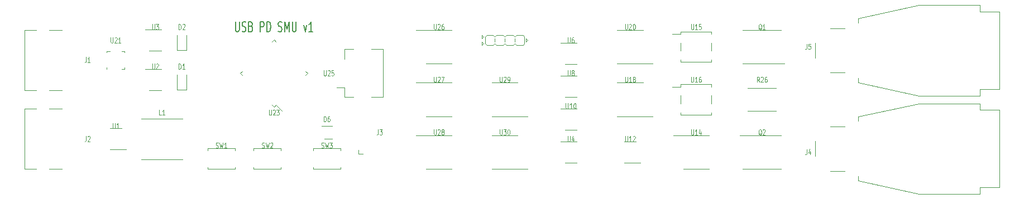
<source format=gbr>
G04 #@! TF.GenerationSoftware,KiCad,Pcbnew,(5.1.10)-1*
G04 #@! TF.CreationDate,2021-11-24T09:21:36-08:00*
G04 #@! TF.ProjectId,UsbSourceMeasureTest,55736253-6f75-4726-9365-4d6561737572,rev?*
G04 #@! TF.SameCoordinates,Original*
G04 #@! TF.FileFunction,Legend,Top*
G04 #@! TF.FilePolarity,Positive*
%FSLAX46Y46*%
G04 Gerber Fmt 4.6, Leading zero omitted, Abs format (unit mm)*
G04 Created by KiCad (PCBNEW (5.1.10)-1) date 2021-11-24 09:21:36*
%MOMM*%
%LPD*%
G01*
G04 APERTURE LIST*
%ADD10C,0.150000*%
%ADD11C,0.120000*%
%ADD12C,0.100000*%
G04 APERTURE END LIST*
D10*
X130166666Y-24178571D02*
X130166666Y-25392857D01*
X130214285Y-25535714D01*
X130261904Y-25607142D01*
X130357142Y-25678571D01*
X130547619Y-25678571D01*
X130642857Y-25607142D01*
X130690476Y-25535714D01*
X130738095Y-25392857D01*
X130738095Y-24178571D01*
X131166666Y-25607142D02*
X131309523Y-25678571D01*
X131547619Y-25678571D01*
X131642857Y-25607142D01*
X131690476Y-25535714D01*
X131738095Y-25392857D01*
X131738095Y-25250000D01*
X131690476Y-25107142D01*
X131642857Y-25035714D01*
X131547619Y-24964285D01*
X131357142Y-24892857D01*
X131261904Y-24821428D01*
X131214285Y-24750000D01*
X131166666Y-24607142D01*
X131166666Y-24464285D01*
X131214285Y-24321428D01*
X131261904Y-24250000D01*
X131357142Y-24178571D01*
X131595238Y-24178571D01*
X131738095Y-24250000D01*
X132500000Y-24892857D02*
X132642857Y-24964285D01*
X132690476Y-25035714D01*
X132738095Y-25178571D01*
X132738095Y-25392857D01*
X132690476Y-25535714D01*
X132642857Y-25607142D01*
X132547619Y-25678571D01*
X132166666Y-25678571D01*
X132166666Y-24178571D01*
X132500000Y-24178571D01*
X132595238Y-24250000D01*
X132642857Y-24321428D01*
X132690476Y-24464285D01*
X132690476Y-24607142D01*
X132642857Y-24750000D01*
X132595238Y-24821428D01*
X132500000Y-24892857D01*
X132166666Y-24892857D01*
X133928571Y-25678571D02*
X133928571Y-24178571D01*
X134309523Y-24178571D01*
X134404761Y-24250000D01*
X134452380Y-24321428D01*
X134500000Y-24464285D01*
X134500000Y-24678571D01*
X134452380Y-24821428D01*
X134404761Y-24892857D01*
X134309523Y-24964285D01*
X133928571Y-24964285D01*
X134928571Y-25678571D02*
X134928571Y-24178571D01*
X135166666Y-24178571D01*
X135309523Y-24250000D01*
X135404761Y-24392857D01*
X135452380Y-24535714D01*
X135500000Y-24821428D01*
X135500000Y-25035714D01*
X135452380Y-25321428D01*
X135404761Y-25464285D01*
X135309523Y-25607142D01*
X135166666Y-25678571D01*
X134928571Y-25678571D01*
X136642857Y-25607142D02*
X136785714Y-25678571D01*
X137023809Y-25678571D01*
X137119047Y-25607142D01*
X137166666Y-25535714D01*
X137214285Y-25392857D01*
X137214285Y-25250000D01*
X137166666Y-25107142D01*
X137119047Y-25035714D01*
X137023809Y-24964285D01*
X136833333Y-24892857D01*
X136738095Y-24821428D01*
X136690476Y-24750000D01*
X136642857Y-24607142D01*
X136642857Y-24464285D01*
X136690476Y-24321428D01*
X136738095Y-24250000D01*
X136833333Y-24178571D01*
X137071428Y-24178571D01*
X137214285Y-24250000D01*
X137642857Y-25678571D02*
X137642857Y-24178571D01*
X137976190Y-25250000D01*
X138309523Y-24178571D01*
X138309523Y-25678571D01*
X138785714Y-24178571D02*
X138785714Y-25392857D01*
X138833333Y-25535714D01*
X138880952Y-25607142D01*
X138976190Y-25678571D01*
X139166666Y-25678571D01*
X139261904Y-25607142D01*
X139309523Y-25535714D01*
X139357142Y-25392857D01*
X139357142Y-24178571D01*
X140500000Y-24678571D02*
X140738095Y-25678571D01*
X140976190Y-24678571D01*
X141880952Y-25678571D02*
X141309523Y-25678571D01*
X141595238Y-25678571D02*
X141595238Y-24178571D01*
X141500000Y-24392857D01*
X141404761Y-24535714D01*
X141309523Y-24607142D01*
D11*
X136318198Y-27212887D02*
X136000000Y-26894689D01*
X136000000Y-26894689D02*
X135681802Y-27212887D01*
X140787113Y-31681802D02*
X141105311Y-32000000D01*
X141105311Y-32000000D02*
X140787113Y-32318198D01*
X131212887Y-32318198D02*
X130894689Y-32000000D01*
X130894689Y-32000000D02*
X131212887Y-31681802D01*
X135681802Y-36787113D02*
X136000000Y-37105311D01*
X136000000Y-37105311D02*
X136318198Y-36787113D01*
X136318198Y-36787113D02*
X137230366Y-37699281D01*
X190000000Y-30560000D02*
X193450000Y-30560000D01*
X190000000Y-30560000D02*
X188050000Y-30560000D01*
X190000000Y-25440000D02*
X191950000Y-25440000D01*
X190000000Y-25440000D02*
X188050000Y-25440000D01*
X200000000Y-41440000D02*
X196550000Y-41440000D01*
X200000000Y-41440000D02*
X201950000Y-41440000D01*
X200000000Y-46560000D02*
X198050000Y-46560000D01*
X200000000Y-46560000D02*
X201950000Y-46560000D01*
X171000000Y-41440000D02*
X169050000Y-41440000D01*
X171000000Y-41440000D02*
X172950000Y-41440000D01*
X171000000Y-46560000D02*
X169050000Y-46560000D01*
X171000000Y-46560000D02*
X174450000Y-46560000D01*
X171000000Y-33440000D02*
X169050000Y-33440000D01*
X171000000Y-33440000D02*
X172950000Y-33440000D01*
X171000000Y-38560000D02*
X169050000Y-38560000D01*
X171000000Y-38560000D02*
X174450000Y-38560000D01*
X212945000Y-25430000D02*
X207055000Y-25430000D01*
X213400000Y-30570000D02*
X207055000Y-30570000D01*
X202350000Y-28620000D02*
X202350000Y-27380000D01*
X197650000Y-28620000D02*
X197650000Y-27380000D01*
X197650000Y-26050000D02*
X197650000Y-25700000D01*
X197650000Y-25700000D02*
X202350000Y-25700000D01*
X202350000Y-25700000D02*
X202350000Y-26050000D01*
X197650000Y-26050000D02*
X196400000Y-26050000D01*
X197650000Y-29950000D02*
X197650000Y-30300000D01*
X197650000Y-30300000D02*
X202350000Y-30300000D01*
X202350000Y-30300000D02*
X202350000Y-29950000D01*
X206600000Y-41430000D02*
X212945000Y-41430000D01*
X207055000Y-46570000D02*
X212945000Y-46570000D01*
X202350000Y-38300000D02*
X202350000Y-37950000D01*
X197650000Y-38300000D02*
X202350000Y-38300000D01*
X197650000Y-37950000D02*
X197650000Y-38300000D01*
X197650000Y-34050000D02*
X196400000Y-34050000D01*
X202350000Y-33700000D02*
X202350000Y-34050000D01*
X197650000Y-33700000D02*
X202350000Y-33700000D01*
X197650000Y-34050000D02*
X197650000Y-33700000D01*
X197650000Y-36620000D02*
X197650000Y-35380000D01*
X202350000Y-36620000D02*
X202350000Y-35380000D01*
X181900000Y-37390000D02*
X179450000Y-37390000D01*
X180100000Y-40610000D02*
X181900000Y-40610000D01*
X180100000Y-35610000D02*
X181900000Y-35610000D01*
X181900000Y-32390000D02*
X179450000Y-32390000D01*
X180100000Y-30610000D02*
X181900000Y-30610000D01*
X181900000Y-27390000D02*
X179450000Y-27390000D01*
X190000000Y-33440000D02*
X188050000Y-33440000D01*
X190000000Y-33440000D02*
X191950000Y-33440000D01*
X190000000Y-38560000D02*
X188050000Y-38560000D01*
X190000000Y-38560000D02*
X193450000Y-38560000D01*
X190900000Y-42390000D02*
X189100000Y-42390000D01*
X189100000Y-45610000D02*
X191550000Y-45610000D01*
X207822936Y-34290000D02*
X212177064Y-34290000D01*
X207822936Y-37710000D02*
X212177064Y-37710000D01*
X161000000Y-41440000D02*
X157550000Y-41440000D01*
X161000000Y-41440000D02*
X162950000Y-41440000D01*
X161000000Y-46560000D02*
X159050000Y-46560000D01*
X161000000Y-46560000D02*
X162950000Y-46560000D01*
X161000000Y-38560000D02*
X162950000Y-38560000D01*
X161000000Y-38560000D02*
X159050000Y-38560000D01*
X161000000Y-33440000D02*
X162950000Y-33440000D01*
X161000000Y-33440000D02*
X157550000Y-33440000D01*
X161000000Y-25440000D02*
X157550000Y-25440000D01*
X161000000Y-25440000D02*
X162950000Y-25440000D01*
X161000000Y-30560000D02*
X159050000Y-30560000D01*
X161000000Y-30560000D02*
X162950000Y-30560000D01*
X103850000Y-37420000D02*
X101930000Y-37420000D01*
X101930000Y-46580000D02*
X103850000Y-46580000D01*
X99920000Y-46580000D02*
X98215000Y-46580000D01*
X98215000Y-37420000D02*
X99920000Y-37420000D01*
X98215000Y-46580000D02*
X98215000Y-37420000D01*
D12*
X168000000Y-27500000D02*
X168250000Y-27750000D01*
X168250000Y-27750000D02*
X169250000Y-27750000D01*
X169250000Y-27750000D02*
X169500000Y-27500000D01*
X169500000Y-27250000D02*
X169500000Y-26750000D01*
X169500000Y-26500000D02*
X169250000Y-26250000D01*
X168250000Y-26250000D02*
X168000000Y-26500000D01*
X169250000Y-26250000D02*
X168250000Y-26250000D01*
X168000000Y-26500000D02*
X168000000Y-27500000D01*
X169500000Y-27500000D02*
X169750000Y-27750000D01*
X170750000Y-27750000D02*
X171000000Y-27500000D01*
X170750000Y-26250000D02*
X169750000Y-26250000D01*
X169750000Y-26250000D02*
X169500000Y-26500000D01*
X171000000Y-26500000D02*
X170750000Y-26250000D01*
X169750000Y-27750000D02*
X170750000Y-27750000D01*
X171000000Y-27250000D02*
X171000000Y-26750000D01*
X171000000Y-27500000D02*
X171250000Y-27750000D01*
X172250000Y-27750000D02*
X172500000Y-27500000D01*
X172250000Y-26250000D02*
X171250000Y-26250000D01*
X171250000Y-26250000D02*
X171000000Y-26500000D01*
X172500000Y-26500000D02*
X172250000Y-26250000D01*
X171250000Y-27750000D02*
X172250000Y-27750000D01*
X172500000Y-27250000D02*
X172500000Y-26750000D01*
X172500000Y-27500000D02*
X172750000Y-27750000D01*
X173750000Y-27750000D02*
X174000000Y-27500000D01*
X173750000Y-26250000D02*
X172750000Y-26250000D01*
X172750000Y-26250000D02*
X172500000Y-26500000D01*
X174000000Y-26500000D02*
X173750000Y-26250000D01*
X172750000Y-27750000D02*
X173750000Y-27750000D01*
X174000000Y-27500000D02*
X174000000Y-26500000D01*
X167500000Y-26250000D02*
X167750000Y-26500000D01*
X167750000Y-26500000D02*
X167500000Y-26750000D01*
X167500000Y-26750000D02*
X167500000Y-26250000D01*
X167750000Y-27500000D02*
X167500000Y-27750000D01*
X167500000Y-27750000D02*
X167500000Y-27250000D01*
X167500000Y-27250000D02*
X167750000Y-27500000D01*
X174500000Y-27000000D02*
X174250000Y-27250000D01*
X174250000Y-27250000D02*
X174250000Y-26750000D01*
X174250000Y-26750000D02*
X174500000Y-27000000D01*
D11*
X121265000Y-32200000D02*
X121265000Y-34485000D01*
X121265000Y-34485000D02*
X122735000Y-34485000D01*
X122735000Y-34485000D02*
X122735000Y-32200000D01*
X122735000Y-28485000D02*
X122735000Y-26200000D01*
X121265000Y-28485000D02*
X122735000Y-28485000D01*
X121265000Y-26200000D02*
X121265000Y-28485000D01*
X218080000Y-44575000D02*
X218080000Y-42344000D01*
X222583000Y-46840000D02*
X220348000Y-46840000D01*
X224561000Y-48330000D02*
X224561000Y-47623000D01*
X233790000Y-50330000D02*
X224561000Y-48330000D01*
X243020000Y-50330000D02*
X233790000Y-50330000D01*
X243020000Y-49330000D02*
X243020000Y-50330000D01*
X246020000Y-49330000D02*
X243020000Y-49330000D01*
X246020000Y-37590000D02*
X246020000Y-49330000D01*
X243020000Y-37590000D02*
X246020000Y-37590000D01*
X243020000Y-36590000D02*
X243020000Y-37590000D01*
X233790000Y-36590000D02*
X243020000Y-36590000D01*
X224561000Y-38590000D02*
X233790000Y-36590000D01*
X224561000Y-39297000D02*
X224561000Y-38590000D01*
X220347000Y-40080000D02*
X222583000Y-40080000D01*
X220347000Y-25160000D02*
X222583000Y-25160000D01*
X224561000Y-24377000D02*
X224561000Y-23670000D01*
X224561000Y-23670000D02*
X233790000Y-21670000D01*
X233790000Y-21670000D02*
X243020000Y-21670000D01*
X243020000Y-21670000D02*
X243020000Y-22670000D01*
X243020000Y-22670000D02*
X246020000Y-22670000D01*
X246020000Y-22670000D02*
X246020000Y-34410000D01*
X246020000Y-34410000D02*
X243020000Y-34410000D01*
X243020000Y-34410000D02*
X243020000Y-35410000D01*
X243020000Y-35410000D02*
X233790000Y-35410000D01*
X233790000Y-35410000D02*
X224561000Y-33410000D01*
X224561000Y-33410000D02*
X224561000Y-32703000D01*
X222583000Y-31920000D02*
X220348000Y-31920000D01*
X218080000Y-29655000D02*
X218080000Y-27424000D01*
X110640000Y-28865000D02*
X110640000Y-28640000D01*
X110640000Y-28640000D02*
X111115000Y-28640000D01*
X113360000Y-31135000D02*
X113360000Y-31360000D01*
X113360000Y-31360000D02*
X112885000Y-31360000D01*
X113360000Y-28865000D02*
X113360000Y-28640000D01*
X113360000Y-28640000D02*
X112885000Y-28640000D01*
X110640000Y-31135000D02*
X110640000Y-31360000D01*
X98215000Y-34580000D02*
X98215000Y-25420000D01*
X98215000Y-25420000D02*
X99920000Y-25420000D01*
X99920000Y-34580000D02*
X98215000Y-34580000D01*
X101930000Y-34580000D02*
X103850000Y-34580000D01*
X103850000Y-25420000D02*
X101930000Y-25420000D01*
X181900000Y-42390000D02*
X179450000Y-42390000D01*
X180100000Y-45610000D02*
X181900000Y-45610000D01*
X111100000Y-43610000D02*
X113550000Y-43610000D01*
X112900000Y-40390000D02*
X111100000Y-40390000D01*
X115850000Y-38900000D02*
X122150000Y-38900000D01*
X115850000Y-45100000D02*
X122150000Y-45100000D01*
X143200000Y-40050000D02*
X144800000Y-40050000D01*
X143650000Y-41950000D02*
X144800000Y-41950000D01*
X148825000Y-44270000D02*
X148825000Y-43635000D01*
X149460000Y-44270000D02*
X148825000Y-44270000D01*
X117100000Y-34610000D02*
X118900000Y-34610000D01*
X118900000Y-31390000D02*
X116450000Y-31390000D01*
X118900000Y-25390000D02*
X116450000Y-25390000D01*
X117100000Y-28610000D02*
X118900000Y-28610000D01*
X146700000Y-34160000D02*
X145500000Y-34160000D01*
X152500000Y-28350000D02*
X150760000Y-28350000D01*
X152500000Y-35650000D02*
X152500000Y-28350000D01*
X150760000Y-35650000D02*
X152500000Y-35650000D01*
X146700000Y-28350000D02*
X148040000Y-28350000D01*
X146700000Y-29840000D02*
X146700000Y-28350000D01*
X146700000Y-35650000D02*
X148040000Y-35650000D01*
X146700000Y-34160000D02*
X146700000Y-35650000D01*
X130070000Y-43430000D02*
X130070000Y-43730000D01*
X125930000Y-46570000D02*
X125930000Y-46270000D01*
X125930000Y-43730000D02*
X125930000Y-43430000D01*
X130070000Y-46570000D02*
X125930000Y-46570000D01*
X130070000Y-46270000D02*
X130070000Y-46570000D01*
X125930000Y-43430000D02*
X130070000Y-43430000D01*
X132930000Y-43430000D02*
X137070000Y-43430000D01*
X137070000Y-46270000D02*
X137070000Y-46570000D01*
X137070000Y-46570000D02*
X132930000Y-46570000D01*
X132930000Y-43730000D02*
X132930000Y-43430000D01*
X132930000Y-46570000D02*
X132930000Y-46270000D01*
X137070000Y-43430000D02*
X137070000Y-43730000D01*
X141930000Y-46570000D02*
X141930000Y-46270000D01*
X146070000Y-43430000D02*
X146070000Y-43730000D01*
X146070000Y-46270000D02*
X146070000Y-46570000D01*
X141930000Y-43430000D02*
X146070000Y-43430000D01*
X141930000Y-43730000D02*
X141930000Y-43430000D01*
X146070000Y-46570000D02*
X141930000Y-46570000D01*
D12*
X135257142Y-37561904D02*
X135257142Y-38209523D01*
X135285714Y-38285714D01*
X135314285Y-38323809D01*
X135371428Y-38361904D01*
X135485714Y-38361904D01*
X135542857Y-38323809D01*
X135571428Y-38285714D01*
X135600000Y-38209523D01*
X135600000Y-37561904D01*
X135857142Y-37638095D02*
X135885714Y-37600000D01*
X135942857Y-37561904D01*
X136085714Y-37561904D01*
X136142857Y-37600000D01*
X136171428Y-37638095D01*
X136200000Y-37714285D01*
X136200000Y-37790476D01*
X136171428Y-37904761D01*
X135828571Y-38361904D01*
X136200000Y-38361904D01*
X136400000Y-37561904D02*
X136771428Y-37561904D01*
X136571428Y-37866666D01*
X136657142Y-37866666D01*
X136714285Y-37904761D01*
X136742857Y-37942857D01*
X136771428Y-38019047D01*
X136771428Y-38209523D01*
X136742857Y-38285714D01*
X136714285Y-38323809D01*
X136657142Y-38361904D01*
X136485714Y-38361904D01*
X136428571Y-38323809D01*
X136400000Y-38285714D01*
X189257142Y-24561904D02*
X189257142Y-25209523D01*
X189285714Y-25285714D01*
X189314285Y-25323809D01*
X189371428Y-25361904D01*
X189485714Y-25361904D01*
X189542857Y-25323809D01*
X189571428Y-25285714D01*
X189600000Y-25209523D01*
X189600000Y-24561904D01*
X189857142Y-24638095D02*
X189885714Y-24600000D01*
X189942857Y-24561904D01*
X190085714Y-24561904D01*
X190142857Y-24600000D01*
X190171428Y-24638095D01*
X190200000Y-24714285D01*
X190200000Y-24790476D01*
X190171428Y-24904761D01*
X189828571Y-25361904D01*
X190200000Y-25361904D01*
X190571428Y-24561904D02*
X190628571Y-24561904D01*
X190685714Y-24600000D01*
X190714285Y-24638095D01*
X190742857Y-24714285D01*
X190771428Y-24866666D01*
X190771428Y-25057142D01*
X190742857Y-25209523D01*
X190714285Y-25285714D01*
X190685714Y-25323809D01*
X190628571Y-25361904D01*
X190571428Y-25361904D01*
X190514285Y-25323809D01*
X190485714Y-25285714D01*
X190457142Y-25209523D01*
X190428571Y-25057142D01*
X190428571Y-24866666D01*
X190457142Y-24714285D01*
X190485714Y-24638095D01*
X190514285Y-24600000D01*
X190571428Y-24561904D01*
X199257142Y-40561904D02*
X199257142Y-41209523D01*
X199285714Y-41285714D01*
X199314285Y-41323809D01*
X199371428Y-41361904D01*
X199485714Y-41361904D01*
X199542857Y-41323809D01*
X199571428Y-41285714D01*
X199600000Y-41209523D01*
X199600000Y-40561904D01*
X200200000Y-41361904D02*
X199857142Y-41361904D01*
X200028571Y-41361904D02*
X200028571Y-40561904D01*
X199971428Y-40676190D01*
X199914285Y-40752380D01*
X199857142Y-40790476D01*
X200714285Y-40828571D02*
X200714285Y-41361904D01*
X200571428Y-40523809D02*
X200428571Y-41095238D01*
X200800000Y-41095238D01*
X170257142Y-40561904D02*
X170257142Y-41209523D01*
X170285714Y-41285714D01*
X170314285Y-41323809D01*
X170371428Y-41361904D01*
X170485714Y-41361904D01*
X170542857Y-41323809D01*
X170571428Y-41285714D01*
X170600000Y-41209523D01*
X170600000Y-40561904D01*
X170828571Y-40561904D02*
X171200000Y-40561904D01*
X171000000Y-40866666D01*
X171085714Y-40866666D01*
X171142857Y-40904761D01*
X171171428Y-40942857D01*
X171200000Y-41019047D01*
X171200000Y-41209523D01*
X171171428Y-41285714D01*
X171142857Y-41323809D01*
X171085714Y-41361904D01*
X170914285Y-41361904D01*
X170857142Y-41323809D01*
X170828571Y-41285714D01*
X171571428Y-40561904D02*
X171628571Y-40561904D01*
X171685714Y-40600000D01*
X171714285Y-40638095D01*
X171742857Y-40714285D01*
X171771428Y-40866666D01*
X171771428Y-41057142D01*
X171742857Y-41209523D01*
X171714285Y-41285714D01*
X171685714Y-41323809D01*
X171628571Y-41361904D01*
X171571428Y-41361904D01*
X171514285Y-41323809D01*
X171485714Y-41285714D01*
X171457142Y-41209523D01*
X171428571Y-41057142D01*
X171428571Y-40866666D01*
X171457142Y-40714285D01*
X171485714Y-40638095D01*
X171514285Y-40600000D01*
X171571428Y-40561904D01*
X170257142Y-32561904D02*
X170257142Y-33209523D01*
X170285714Y-33285714D01*
X170314285Y-33323809D01*
X170371428Y-33361904D01*
X170485714Y-33361904D01*
X170542857Y-33323809D01*
X170571428Y-33285714D01*
X170600000Y-33209523D01*
X170600000Y-32561904D01*
X170857142Y-32638095D02*
X170885714Y-32600000D01*
X170942857Y-32561904D01*
X171085714Y-32561904D01*
X171142857Y-32600000D01*
X171171428Y-32638095D01*
X171200000Y-32714285D01*
X171200000Y-32790476D01*
X171171428Y-32904761D01*
X170828571Y-33361904D01*
X171200000Y-33361904D01*
X171485714Y-33361904D02*
X171600000Y-33361904D01*
X171657142Y-33323809D01*
X171685714Y-33285714D01*
X171742857Y-33171428D01*
X171771428Y-33019047D01*
X171771428Y-32714285D01*
X171742857Y-32638095D01*
X171714285Y-32600000D01*
X171657142Y-32561904D01*
X171542857Y-32561904D01*
X171485714Y-32600000D01*
X171457142Y-32638095D01*
X171428571Y-32714285D01*
X171428571Y-32904761D01*
X171457142Y-32980952D01*
X171485714Y-33019047D01*
X171542857Y-33057142D01*
X171657142Y-33057142D01*
X171714285Y-33019047D01*
X171742857Y-32980952D01*
X171771428Y-32904761D01*
X209942857Y-25438095D02*
X209885714Y-25400000D01*
X209828571Y-25323809D01*
X209742857Y-25209523D01*
X209685714Y-25171428D01*
X209628571Y-25171428D01*
X209657142Y-25361904D02*
X209600000Y-25323809D01*
X209542857Y-25247619D01*
X209514285Y-25095238D01*
X209514285Y-24828571D01*
X209542857Y-24676190D01*
X209600000Y-24600000D01*
X209657142Y-24561904D01*
X209771428Y-24561904D01*
X209828571Y-24600000D01*
X209885714Y-24676190D01*
X209914285Y-24828571D01*
X209914285Y-25095238D01*
X209885714Y-25247619D01*
X209828571Y-25323809D01*
X209771428Y-25361904D01*
X209657142Y-25361904D01*
X210485714Y-25361904D02*
X210142857Y-25361904D01*
X210314285Y-25361904D02*
X210314285Y-24561904D01*
X210257142Y-24676190D01*
X210200000Y-24752380D01*
X210142857Y-24790476D01*
X199257142Y-24561904D02*
X199257142Y-25209523D01*
X199285714Y-25285714D01*
X199314285Y-25323809D01*
X199371428Y-25361904D01*
X199485714Y-25361904D01*
X199542857Y-25323809D01*
X199571428Y-25285714D01*
X199600000Y-25209523D01*
X199600000Y-24561904D01*
X200200000Y-25361904D02*
X199857142Y-25361904D01*
X200028571Y-25361904D02*
X200028571Y-24561904D01*
X199971428Y-24676190D01*
X199914285Y-24752380D01*
X199857142Y-24790476D01*
X200742857Y-24561904D02*
X200457142Y-24561904D01*
X200428571Y-24942857D01*
X200457142Y-24904761D01*
X200514285Y-24866666D01*
X200657142Y-24866666D01*
X200714285Y-24904761D01*
X200742857Y-24942857D01*
X200771428Y-25019047D01*
X200771428Y-25209523D01*
X200742857Y-25285714D01*
X200714285Y-25323809D01*
X200657142Y-25361904D01*
X200514285Y-25361904D01*
X200457142Y-25323809D01*
X200428571Y-25285714D01*
X209942857Y-41438095D02*
X209885714Y-41400000D01*
X209828571Y-41323809D01*
X209742857Y-41209523D01*
X209685714Y-41171428D01*
X209628571Y-41171428D01*
X209657142Y-41361904D02*
X209600000Y-41323809D01*
X209542857Y-41247619D01*
X209514285Y-41095238D01*
X209514285Y-40828571D01*
X209542857Y-40676190D01*
X209600000Y-40600000D01*
X209657142Y-40561904D01*
X209771428Y-40561904D01*
X209828571Y-40600000D01*
X209885714Y-40676190D01*
X209914285Y-40828571D01*
X209914285Y-41095238D01*
X209885714Y-41247619D01*
X209828571Y-41323809D01*
X209771428Y-41361904D01*
X209657142Y-41361904D01*
X210142857Y-40638095D02*
X210171428Y-40600000D01*
X210228571Y-40561904D01*
X210371428Y-40561904D01*
X210428571Y-40600000D01*
X210457142Y-40638095D01*
X210485714Y-40714285D01*
X210485714Y-40790476D01*
X210457142Y-40904761D01*
X210114285Y-41361904D01*
X210485714Y-41361904D01*
X199257142Y-32561904D02*
X199257142Y-33209523D01*
X199285714Y-33285714D01*
X199314285Y-33323809D01*
X199371428Y-33361904D01*
X199485714Y-33361904D01*
X199542857Y-33323809D01*
X199571428Y-33285714D01*
X199600000Y-33209523D01*
X199600000Y-32561904D01*
X200200000Y-33361904D02*
X199857142Y-33361904D01*
X200028571Y-33361904D02*
X200028571Y-32561904D01*
X199971428Y-32676190D01*
X199914285Y-32752380D01*
X199857142Y-32790476D01*
X200714285Y-32561904D02*
X200600000Y-32561904D01*
X200542857Y-32600000D01*
X200514285Y-32638095D01*
X200457142Y-32752380D01*
X200428571Y-32904761D01*
X200428571Y-33209523D01*
X200457142Y-33285714D01*
X200485714Y-33323809D01*
X200542857Y-33361904D01*
X200657142Y-33361904D01*
X200714285Y-33323809D01*
X200742857Y-33285714D01*
X200771428Y-33209523D01*
X200771428Y-33019047D01*
X200742857Y-32942857D01*
X200714285Y-32904761D01*
X200657142Y-32866666D01*
X200542857Y-32866666D01*
X200485714Y-32904761D01*
X200457142Y-32942857D01*
X200428571Y-33019047D01*
X180257142Y-36561904D02*
X180257142Y-37209523D01*
X180285714Y-37285714D01*
X180314285Y-37323809D01*
X180371428Y-37361904D01*
X180485714Y-37361904D01*
X180542857Y-37323809D01*
X180571428Y-37285714D01*
X180600000Y-37209523D01*
X180600000Y-36561904D01*
X181200000Y-37361904D02*
X180857142Y-37361904D01*
X181028571Y-37361904D02*
X181028571Y-36561904D01*
X180971428Y-36676190D01*
X180914285Y-36752380D01*
X180857142Y-36790476D01*
X181571428Y-36561904D02*
X181628571Y-36561904D01*
X181685714Y-36600000D01*
X181714285Y-36638095D01*
X181742857Y-36714285D01*
X181771428Y-36866666D01*
X181771428Y-37057142D01*
X181742857Y-37209523D01*
X181714285Y-37285714D01*
X181685714Y-37323809D01*
X181628571Y-37361904D01*
X181571428Y-37361904D01*
X181514285Y-37323809D01*
X181485714Y-37285714D01*
X181457142Y-37209523D01*
X181428571Y-37057142D01*
X181428571Y-36866666D01*
X181457142Y-36714285D01*
X181485714Y-36638095D01*
X181514285Y-36600000D01*
X181571428Y-36561904D01*
X180542857Y-31561904D02*
X180542857Y-32209523D01*
X180571428Y-32285714D01*
X180600000Y-32323809D01*
X180657142Y-32361904D01*
X180771428Y-32361904D01*
X180828571Y-32323809D01*
X180857142Y-32285714D01*
X180885714Y-32209523D01*
X180885714Y-31561904D01*
X181257142Y-31904761D02*
X181200000Y-31866666D01*
X181171428Y-31828571D01*
X181142857Y-31752380D01*
X181142857Y-31714285D01*
X181171428Y-31638095D01*
X181200000Y-31600000D01*
X181257142Y-31561904D01*
X181371428Y-31561904D01*
X181428571Y-31600000D01*
X181457142Y-31638095D01*
X181485714Y-31714285D01*
X181485714Y-31752380D01*
X181457142Y-31828571D01*
X181428571Y-31866666D01*
X181371428Y-31904761D01*
X181257142Y-31904761D01*
X181200000Y-31942857D01*
X181171428Y-31980952D01*
X181142857Y-32057142D01*
X181142857Y-32209523D01*
X181171428Y-32285714D01*
X181200000Y-32323809D01*
X181257142Y-32361904D01*
X181371428Y-32361904D01*
X181428571Y-32323809D01*
X181457142Y-32285714D01*
X181485714Y-32209523D01*
X181485714Y-32057142D01*
X181457142Y-31980952D01*
X181428571Y-31942857D01*
X181371428Y-31904761D01*
X180542857Y-26561904D02*
X180542857Y-27209523D01*
X180571428Y-27285714D01*
X180600000Y-27323809D01*
X180657142Y-27361904D01*
X180771428Y-27361904D01*
X180828571Y-27323809D01*
X180857142Y-27285714D01*
X180885714Y-27209523D01*
X180885714Y-26561904D01*
X181428571Y-26561904D02*
X181314285Y-26561904D01*
X181257142Y-26600000D01*
X181228571Y-26638095D01*
X181171428Y-26752380D01*
X181142857Y-26904761D01*
X181142857Y-27209523D01*
X181171428Y-27285714D01*
X181200000Y-27323809D01*
X181257142Y-27361904D01*
X181371428Y-27361904D01*
X181428571Y-27323809D01*
X181457142Y-27285714D01*
X181485714Y-27209523D01*
X181485714Y-27019047D01*
X181457142Y-26942857D01*
X181428571Y-26904761D01*
X181371428Y-26866666D01*
X181257142Y-26866666D01*
X181200000Y-26904761D01*
X181171428Y-26942857D01*
X181142857Y-27019047D01*
X189257142Y-32561904D02*
X189257142Y-33209523D01*
X189285714Y-33285714D01*
X189314285Y-33323809D01*
X189371428Y-33361904D01*
X189485714Y-33361904D01*
X189542857Y-33323809D01*
X189571428Y-33285714D01*
X189600000Y-33209523D01*
X189600000Y-32561904D01*
X190200000Y-33361904D02*
X189857142Y-33361904D01*
X190028571Y-33361904D02*
X190028571Y-32561904D01*
X189971428Y-32676190D01*
X189914285Y-32752380D01*
X189857142Y-32790476D01*
X190542857Y-32904761D02*
X190485714Y-32866666D01*
X190457142Y-32828571D01*
X190428571Y-32752380D01*
X190428571Y-32714285D01*
X190457142Y-32638095D01*
X190485714Y-32600000D01*
X190542857Y-32561904D01*
X190657142Y-32561904D01*
X190714285Y-32600000D01*
X190742857Y-32638095D01*
X190771428Y-32714285D01*
X190771428Y-32752380D01*
X190742857Y-32828571D01*
X190714285Y-32866666D01*
X190657142Y-32904761D01*
X190542857Y-32904761D01*
X190485714Y-32942857D01*
X190457142Y-32980952D01*
X190428571Y-33057142D01*
X190428571Y-33209523D01*
X190457142Y-33285714D01*
X190485714Y-33323809D01*
X190542857Y-33361904D01*
X190657142Y-33361904D01*
X190714285Y-33323809D01*
X190742857Y-33285714D01*
X190771428Y-33209523D01*
X190771428Y-33057142D01*
X190742857Y-32980952D01*
X190714285Y-32942857D01*
X190657142Y-32904761D01*
X189257142Y-41561904D02*
X189257142Y-42209523D01*
X189285714Y-42285714D01*
X189314285Y-42323809D01*
X189371428Y-42361904D01*
X189485714Y-42361904D01*
X189542857Y-42323809D01*
X189571428Y-42285714D01*
X189600000Y-42209523D01*
X189600000Y-41561904D01*
X190200000Y-42361904D02*
X189857142Y-42361904D01*
X190028571Y-42361904D02*
X190028571Y-41561904D01*
X189971428Y-41676190D01*
X189914285Y-41752380D01*
X189857142Y-41790476D01*
X190428571Y-41638095D02*
X190457142Y-41600000D01*
X190514285Y-41561904D01*
X190657142Y-41561904D01*
X190714285Y-41600000D01*
X190742857Y-41638095D01*
X190771428Y-41714285D01*
X190771428Y-41790476D01*
X190742857Y-41904761D01*
X190400000Y-42361904D01*
X190771428Y-42361904D01*
X209614285Y-33361904D02*
X209414285Y-32980952D01*
X209271428Y-33361904D02*
X209271428Y-32561904D01*
X209500000Y-32561904D01*
X209557142Y-32600000D01*
X209585714Y-32638095D01*
X209614285Y-32714285D01*
X209614285Y-32828571D01*
X209585714Y-32904761D01*
X209557142Y-32942857D01*
X209500000Y-32980952D01*
X209271428Y-32980952D01*
X209842857Y-32638095D02*
X209871428Y-32600000D01*
X209928571Y-32561904D01*
X210071428Y-32561904D01*
X210128571Y-32600000D01*
X210157142Y-32638095D01*
X210185714Y-32714285D01*
X210185714Y-32790476D01*
X210157142Y-32904761D01*
X209814285Y-33361904D01*
X210185714Y-33361904D01*
X210700000Y-32561904D02*
X210585714Y-32561904D01*
X210528571Y-32600000D01*
X210500000Y-32638095D01*
X210442857Y-32752380D01*
X210414285Y-32904761D01*
X210414285Y-33209523D01*
X210442857Y-33285714D01*
X210471428Y-33323809D01*
X210528571Y-33361904D01*
X210642857Y-33361904D01*
X210700000Y-33323809D01*
X210728571Y-33285714D01*
X210757142Y-33209523D01*
X210757142Y-33019047D01*
X210728571Y-32942857D01*
X210700000Y-32904761D01*
X210642857Y-32866666D01*
X210528571Y-32866666D01*
X210471428Y-32904761D01*
X210442857Y-32942857D01*
X210414285Y-33019047D01*
X160257142Y-40561904D02*
X160257142Y-41209523D01*
X160285714Y-41285714D01*
X160314285Y-41323809D01*
X160371428Y-41361904D01*
X160485714Y-41361904D01*
X160542857Y-41323809D01*
X160571428Y-41285714D01*
X160600000Y-41209523D01*
X160600000Y-40561904D01*
X160857142Y-40638095D02*
X160885714Y-40600000D01*
X160942857Y-40561904D01*
X161085714Y-40561904D01*
X161142857Y-40600000D01*
X161171428Y-40638095D01*
X161200000Y-40714285D01*
X161200000Y-40790476D01*
X161171428Y-40904761D01*
X160828571Y-41361904D01*
X161200000Y-41361904D01*
X161542857Y-40904761D02*
X161485714Y-40866666D01*
X161457142Y-40828571D01*
X161428571Y-40752380D01*
X161428571Y-40714285D01*
X161457142Y-40638095D01*
X161485714Y-40600000D01*
X161542857Y-40561904D01*
X161657142Y-40561904D01*
X161714285Y-40600000D01*
X161742857Y-40638095D01*
X161771428Y-40714285D01*
X161771428Y-40752380D01*
X161742857Y-40828571D01*
X161714285Y-40866666D01*
X161657142Y-40904761D01*
X161542857Y-40904761D01*
X161485714Y-40942857D01*
X161457142Y-40980952D01*
X161428571Y-41057142D01*
X161428571Y-41209523D01*
X161457142Y-41285714D01*
X161485714Y-41323809D01*
X161542857Y-41361904D01*
X161657142Y-41361904D01*
X161714285Y-41323809D01*
X161742857Y-41285714D01*
X161771428Y-41209523D01*
X161771428Y-41057142D01*
X161742857Y-40980952D01*
X161714285Y-40942857D01*
X161657142Y-40904761D01*
X160257142Y-32561904D02*
X160257142Y-33209523D01*
X160285714Y-33285714D01*
X160314285Y-33323809D01*
X160371428Y-33361904D01*
X160485714Y-33361904D01*
X160542857Y-33323809D01*
X160571428Y-33285714D01*
X160600000Y-33209523D01*
X160600000Y-32561904D01*
X160857142Y-32638095D02*
X160885714Y-32600000D01*
X160942857Y-32561904D01*
X161085714Y-32561904D01*
X161142857Y-32600000D01*
X161171428Y-32638095D01*
X161200000Y-32714285D01*
X161200000Y-32790476D01*
X161171428Y-32904761D01*
X160828571Y-33361904D01*
X161200000Y-33361904D01*
X161400000Y-32561904D02*
X161800000Y-32561904D01*
X161542857Y-33361904D01*
X160257142Y-24561904D02*
X160257142Y-25209523D01*
X160285714Y-25285714D01*
X160314285Y-25323809D01*
X160371428Y-25361904D01*
X160485714Y-25361904D01*
X160542857Y-25323809D01*
X160571428Y-25285714D01*
X160600000Y-25209523D01*
X160600000Y-24561904D01*
X160857142Y-24638095D02*
X160885714Y-24600000D01*
X160942857Y-24561904D01*
X161085714Y-24561904D01*
X161142857Y-24600000D01*
X161171428Y-24638095D01*
X161200000Y-24714285D01*
X161200000Y-24790476D01*
X161171428Y-24904761D01*
X160828571Y-25361904D01*
X161200000Y-25361904D01*
X161714285Y-24561904D02*
X161600000Y-24561904D01*
X161542857Y-24600000D01*
X161514285Y-24638095D01*
X161457142Y-24752380D01*
X161428571Y-24904761D01*
X161428571Y-25209523D01*
X161457142Y-25285714D01*
X161485714Y-25323809D01*
X161542857Y-25361904D01*
X161657142Y-25361904D01*
X161714285Y-25323809D01*
X161742857Y-25285714D01*
X161771428Y-25209523D01*
X161771428Y-25019047D01*
X161742857Y-24942857D01*
X161714285Y-24904761D01*
X161657142Y-24866666D01*
X161542857Y-24866666D01*
X161485714Y-24904761D01*
X161457142Y-24942857D01*
X161428571Y-25019047D01*
X107515000Y-41561904D02*
X107515000Y-42133333D01*
X107486428Y-42247619D01*
X107429285Y-42323809D01*
X107343571Y-42361904D01*
X107286428Y-42361904D01*
X107772142Y-41638095D02*
X107800714Y-41600000D01*
X107857857Y-41561904D01*
X108000714Y-41561904D01*
X108057857Y-41600000D01*
X108086428Y-41638095D01*
X108115000Y-41714285D01*
X108115000Y-41790476D01*
X108086428Y-41904761D01*
X107743571Y-42361904D01*
X108115000Y-42361904D01*
X121557142Y-31361904D02*
X121557142Y-30561904D01*
X121700000Y-30561904D01*
X121785714Y-30600000D01*
X121842857Y-30676190D01*
X121871428Y-30752380D01*
X121900000Y-30904761D01*
X121900000Y-31019047D01*
X121871428Y-31171428D01*
X121842857Y-31247619D01*
X121785714Y-31323809D01*
X121700000Y-31361904D01*
X121557142Y-31361904D01*
X122471428Y-31361904D02*
X122128571Y-31361904D01*
X122300000Y-31361904D02*
X122300000Y-30561904D01*
X122242857Y-30676190D01*
X122185714Y-30752380D01*
X122128571Y-30790476D01*
X121557142Y-25361904D02*
X121557142Y-24561904D01*
X121700000Y-24561904D01*
X121785714Y-24600000D01*
X121842857Y-24676190D01*
X121871428Y-24752380D01*
X121900000Y-24904761D01*
X121900000Y-25019047D01*
X121871428Y-25171428D01*
X121842857Y-25247619D01*
X121785714Y-25323809D01*
X121700000Y-25361904D01*
X121557142Y-25361904D01*
X122128571Y-24638095D02*
X122157142Y-24600000D01*
X122214285Y-24561904D01*
X122357142Y-24561904D01*
X122414285Y-24600000D01*
X122442857Y-24638095D01*
X122471428Y-24714285D01*
X122471428Y-24790476D01*
X122442857Y-24904761D01*
X122100000Y-25361904D01*
X122471428Y-25361904D01*
X216800000Y-43561904D02*
X216800000Y-44133333D01*
X216771428Y-44247619D01*
X216714285Y-44323809D01*
X216628571Y-44361904D01*
X216571428Y-44361904D01*
X217342857Y-43828571D02*
X217342857Y-44361904D01*
X217200000Y-43523809D02*
X217057142Y-44095238D01*
X217428571Y-44095238D01*
X216800000Y-27561904D02*
X216800000Y-28133333D01*
X216771428Y-28247619D01*
X216714285Y-28323809D01*
X216628571Y-28361904D01*
X216571428Y-28361904D01*
X217371428Y-27561904D02*
X217085714Y-27561904D01*
X217057142Y-27942857D01*
X217085714Y-27904761D01*
X217142857Y-27866666D01*
X217285714Y-27866666D01*
X217342857Y-27904761D01*
X217371428Y-27942857D01*
X217400000Y-28019047D01*
X217400000Y-28209523D01*
X217371428Y-28285714D01*
X217342857Y-28323809D01*
X217285714Y-28361904D01*
X217142857Y-28361904D01*
X217085714Y-28323809D01*
X217057142Y-28285714D01*
X111257142Y-26561904D02*
X111257142Y-27209523D01*
X111285714Y-27285714D01*
X111314285Y-27323809D01*
X111371428Y-27361904D01*
X111485714Y-27361904D01*
X111542857Y-27323809D01*
X111571428Y-27285714D01*
X111600000Y-27209523D01*
X111600000Y-26561904D01*
X111857142Y-26638095D02*
X111885714Y-26600000D01*
X111942857Y-26561904D01*
X112085714Y-26561904D01*
X112142857Y-26600000D01*
X112171428Y-26638095D01*
X112200000Y-26714285D01*
X112200000Y-26790476D01*
X112171428Y-26904761D01*
X111828571Y-27361904D01*
X112200000Y-27361904D01*
X112771428Y-27361904D02*
X112428571Y-27361904D01*
X112600000Y-27361904D02*
X112600000Y-26561904D01*
X112542857Y-26676190D01*
X112485714Y-26752380D01*
X112428571Y-26790476D01*
X107515000Y-29561904D02*
X107515000Y-30133333D01*
X107486428Y-30247619D01*
X107429285Y-30323809D01*
X107343571Y-30361904D01*
X107286428Y-30361904D01*
X108115000Y-30361904D02*
X107772142Y-30361904D01*
X107943571Y-30361904D02*
X107943571Y-29561904D01*
X107886428Y-29676190D01*
X107829285Y-29752380D01*
X107772142Y-29790476D01*
X180542857Y-41561904D02*
X180542857Y-42209523D01*
X180571428Y-42285714D01*
X180600000Y-42323809D01*
X180657142Y-42361904D01*
X180771428Y-42361904D01*
X180828571Y-42323809D01*
X180857142Y-42285714D01*
X180885714Y-42209523D01*
X180885714Y-41561904D01*
X181428571Y-41828571D02*
X181428571Y-42361904D01*
X181285714Y-41523809D02*
X181142857Y-42095238D01*
X181514285Y-42095238D01*
X111542857Y-39561904D02*
X111542857Y-40209523D01*
X111571428Y-40285714D01*
X111600000Y-40323809D01*
X111657142Y-40361904D01*
X111771428Y-40361904D01*
X111828571Y-40323809D01*
X111857142Y-40285714D01*
X111885714Y-40209523D01*
X111885714Y-39561904D01*
X112485714Y-40361904D02*
X112142857Y-40361904D01*
X112314285Y-40361904D02*
X112314285Y-39561904D01*
X112257142Y-39676190D01*
X112200000Y-39752380D01*
X112142857Y-39790476D01*
X118900000Y-38361904D02*
X118614285Y-38361904D01*
X118614285Y-37561904D01*
X119414285Y-38361904D02*
X119071428Y-38361904D01*
X119242857Y-38361904D02*
X119242857Y-37561904D01*
X119185714Y-37676190D01*
X119128571Y-37752380D01*
X119071428Y-37790476D01*
X143557142Y-39361904D02*
X143557142Y-38561904D01*
X143700000Y-38561904D01*
X143785714Y-38600000D01*
X143842857Y-38676190D01*
X143871428Y-38752380D01*
X143900000Y-38904761D01*
X143900000Y-39019047D01*
X143871428Y-39171428D01*
X143842857Y-39247619D01*
X143785714Y-39323809D01*
X143700000Y-39361904D01*
X143557142Y-39361904D01*
X144414285Y-38561904D02*
X144300000Y-38561904D01*
X144242857Y-38600000D01*
X144214285Y-38638095D01*
X144157142Y-38752380D01*
X144128571Y-38904761D01*
X144128571Y-39209523D01*
X144157142Y-39285714D01*
X144185714Y-39323809D01*
X144242857Y-39361904D01*
X144357142Y-39361904D01*
X144414285Y-39323809D01*
X144442857Y-39285714D01*
X144471428Y-39209523D01*
X144471428Y-39019047D01*
X144442857Y-38942857D01*
X144414285Y-38904761D01*
X144357142Y-38866666D01*
X144242857Y-38866666D01*
X144185714Y-38904761D01*
X144157142Y-38942857D01*
X144128571Y-39019047D01*
X151800000Y-40561904D02*
X151800000Y-41133333D01*
X151771428Y-41247619D01*
X151714285Y-41323809D01*
X151628571Y-41361904D01*
X151571428Y-41361904D01*
X152028571Y-40561904D02*
X152400000Y-40561904D01*
X152200000Y-40866666D01*
X152285714Y-40866666D01*
X152342857Y-40904761D01*
X152371428Y-40942857D01*
X152400000Y-41019047D01*
X152400000Y-41209523D01*
X152371428Y-41285714D01*
X152342857Y-41323809D01*
X152285714Y-41361904D01*
X152114285Y-41361904D01*
X152057142Y-41323809D01*
X152028571Y-41285714D01*
X117542857Y-30561904D02*
X117542857Y-31209523D01*
X117571428Y-31285714D01*
X117600000Y-31323809D01*
X117657142Y-31361904D01*
X117771428Y-31361904D01*
X117828571Y-31323809D01*
X117857142Y-31285714D01*
X117885714Y-31209523D01*
X117885714Y-30561904D01*
X118142857Y-30638095D02*
X118171428Y-30600000D01*
X118228571Y-30561904D01*
X118371428Y-30561904D01*
X118428571Y-30600000D01*
X118457142Y-30638095D01*
X118485714Y-30714285D01*
X118485714Y-30790476D01*
X118457142Y-30904761D01*
X118114285Y-31361904D01*
X118485714Y-31361904D01*
X117542857Y-24561904D02*
X117542857Y-25209523D01*
X117571428Y-25285714D01*
X117600000Y-25323809D01*
X117657142Y-25361904D01*
X117771428Y-25361904D01*
X117828571Y-25323809D01*
X117857142Y-25285714D01*
X117885714Y-25209523D01*
X117885714Y-24561904D01*
X118114285Y-24561904D02*
X118485714Y-24561904D01*
X118285714Y-24866666D01*
X118371428Y-24866666D01*
X118428571Y-24904761D01*
X118457142Y-24942857D01*
X118485714Y-25019047D01*
X118485714Y-25209523D01*
X118457142Y-25285714D01*
X118428571Y-25323809D01*
X118371428Y-25361904D01*
X118200000Y-25361904D01*
X118142857Y-25323809D01*
X118114285Y-25285714D01*
X143557142Y-31561904D02*
X143557142Y-32209523D01*
X143585714Y-32285714D01*
X143614285Y-32323809D01*
X143671428Y-32361904D01*
X143785714Y-32361904D01*
X143842857Y-32323809D01*
X143871428Y-32285714D01*
X143900000Y-32209523D01*
X143900000Y-31561904D01*
X144157142Y-31638095D02*
X144185714Y-31600000D01*
X144242857Y-31561904D01*
X144385714Y-31561904D01*
X144442857Y-31600000D01*
X144471428Y-31638095D01*
X144500000Y-31714285D01*
X144500000Y-31790476D01*
X144471428Y-31904761D01*
X144128571Y-32361904D01*
X144500000Y-32361904D01*
X145042857Y-31561904D02*
X144757142Y-31561904D01*
X144728571Y-31942857D01*
X144757142Y-31904761D01*
X144814285Y-31866666D01*
X144957142Y-31866666D01*
X145014285Y-31904761D01*
X145042857Y-31942857D01*
X145071428Y-32019047D01*
X145071428Y-32209523D01*
X145042857Y-32285714D01*
X145014285Y-32323809D01*
X144957142Y-32361904D01*
X144814285Y-32361904D01*
X144757142Y-32323809D01*
X144728571Y-32285714D01*
X127200000Y-43323809D02*
X127285714Y-43361904D01*
X127428571Y-43361904D01*
X127485714Y-43323809D01*
X127514285Y-43285714D01*
X127542857Y-43209523D01*
X127542857Y-43133333D01*
X127514285Y-43057142D01*
X127485714Y-43019047D01*
X127428571Y-42980952D01*
X127314285Y-42942857D01*
X127257142Y-42904761D01*
X127228571Y-42866666D01*
X127200000Y-42790476D01*
X127200000Y-42714285D01*
X127228571Y-42638095D01*
X127257142Y-42600000D01*
X127314285Y-42561904D01*
X127457142Y-42561904D01*
X127542857Y-42600000D01*
X127742857Y-42561904D02*
X127885714Y-43361904D01*
X128000000Y-42790476D01*
X128114285Y-43361904D01*
X128257142Y-42561904D01*
X128800000Y-43361904D02*
X128457142Y-43361904D01*
X128628571Y-43361904D02*
X128628571Y-42561904D01*
X128571428Y-42676190D01*
X128514285Y-42752380D01*
X128457142Y-42790476D01*
X134200000Y-43323809D02*
X134285714Y-43361904D01*
X134428571Y-43361904D01*
X134485714Y-43323809D01*
X134514285Y-43285714D01*
X134542857Y-43209523D01*
X134542857Y-43133333D01*
X134514285Y-43057142D01*
X134485714Y-43019047D01*
X134428571Y-42980952D01*
X134314285Y-42942857D01*
X134257142Y-42904761D01*
X134228571Y-42866666D01*
X134200000Y-42790476D01*
X134200000Y-42714285D01*
X134228571Y-42638095D01*
X134257142Y-42600000D01*
X134314285Y-42561904D01*
X134457142Y-42561904D01*
X134542857Y-42600000D01*
X134742857Y-42561904D02*
X134885714Y-43361904D01*
X135000000Y-42790476D01*
X135114285Y-43361904D01*
X135257142Y-42561904D01*
X135457142Y-42638095D02*
X135485714Y-42600000D01*
X135542857Y-42561904D01*
X135685714Y-42561904D01*
X135742857Y-42600000D01*
X135771428Y-42638095D01*
X135800000Y-42714285D01*
X135800000Y-42790476D01*
X135771428Y-42904761D01*
X135428571Y-43361904D01*
X135800000Y-43361904D01*
X143200000Y-43323809D02*
X143285714Y-43361904D01*
X143428571Y-43361904D01*
X143485714Y-43323809D01*
X143514285Y-43285714D01*
X143542857Y-43209523D01*
X143542857Y-43133333D01*
X143514285Y-43057142D01*
X143485714Y-43019047D01*
X143428571Y-42980952D01*
X143314285Y-42942857D01*
X143257142Y-42904761D01*
X143228571Y-42866666D01*
X143200000Y-42790476D01*
X143200000Y-42714285D01*
X143228571Y-42638095D01*
X143257142Y-42600000D01*
X143314285Y-42561904D01*
X143457142Y-42561904D01*
X143542857Y-42600000D01*
X143742857Y-42561904D02*
X143885714Y-43361904D01*
X144000000Y-42790476D01*
X144114285Y-43361904D01*
X144257142Y-42561904D01*
X144428571Y-42561904D02*
X144800000Y-42561904D01*
X144600000Y-42866666D01*
X144685714Y-42866666D01*
X144742857Y-42904761D01*
X144771428Y-42942857D01*
X144800000Y-43019047D01*
X144800000Y-43209523D01*
X144771428Y-43285714D01*
X144742857Y-43323809D01*
X144685714Y-43361904D01*
X144514285Y-43361904D01*
X144457142Y-43323809D01*
X144428571Y-43285714D01*
M02*

</source>
